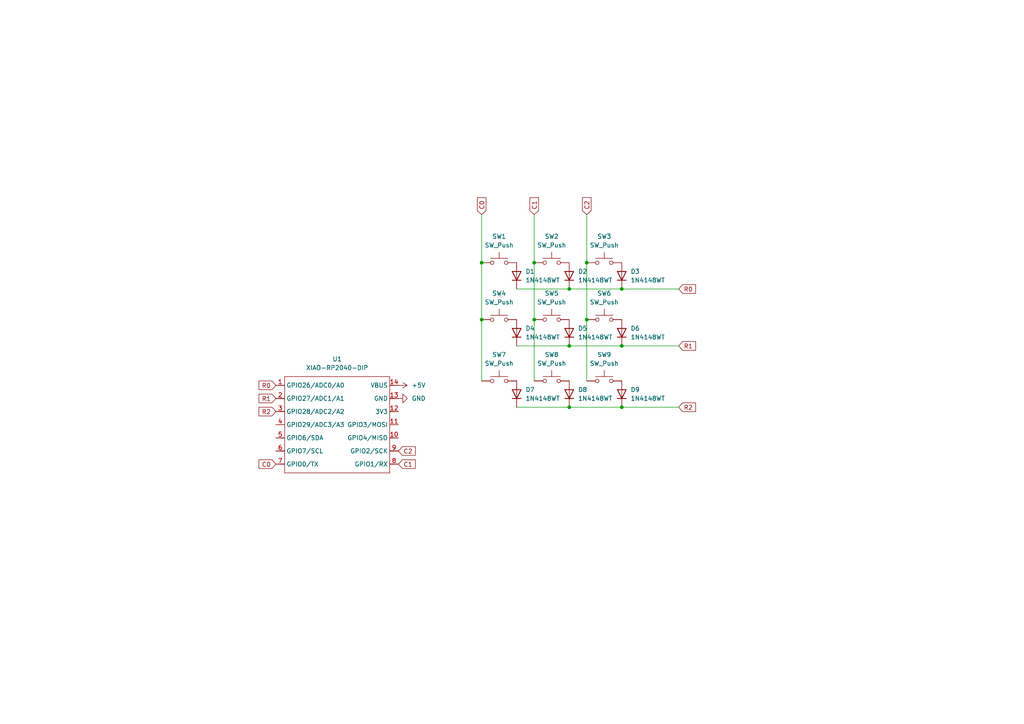
<source format=kicad_sch>
(kicad_sch
	(version 20250114)
	(generator "eeschema")
	(generator_version "9.0")
	(uuid "c183da90-6161-44b2-86b6-11d1e90b2961")
	(paper "A4")
	(lib_symbols
		(symbol "Diode:1N4148WT"
			(pin_numbers
				(hide yes)
			)
			(pin_names
				(hide yes)
			)
			(exclude_from_sim no)
			(in_bom yes)
			(on_board yes)
			(property "Reference" "D"
				(at 0 2.54 0)
				(effects
					(font
						(size 1.27 1.27)
					)
				)
			)
			(property "Value" "1N4148WT"
				(at 0 -2.54 0)
				(effects
					(font
						(size 1.27 1.27)
					)
				)
			)
			(property "Footprint" "Diode_SMD:D_SOD-523"
				(at 0 -4.445 0)
				(effects
					(font
						(size 1.27 1.27)
					)
					(hide yes)
				)
			)
			(property "Datasheet" "https://www.diodes.com/assets/Datasheets/ds30396.pdf"
				(at 0 0 0)
				(effects
					(font
						(size 1.27 1.27)
					)
					(hide yes)
				)
			)
			(property "Description" "75V 0.15A Fast switching Diode, SOD-523"
				(at 0 0 0)
				(effects
					(font
						(size 1.27 1.27)
					)
					(hide yes)
				)
			)
			(property "Sim.Device" "D"
				(at 0 0 0)
				(effects
					(font
						(size 1.27 1.27)
					)
					(hide yes)
				)
			)
			(property "Sim.Pins" "1=K 2=A"
				(at 0 0 0)
				(effects
					(font
						(size 1.27 1.27)
					)
					(hide yes)
				)
			)
			(property "ki_keywords" "diode"
				(at 0 0 0)
				(effects
					(font
						(size 1.27 1.27)
					)
					(hide yes)
				)
			)
			(property "ki_fp_filters" "D*SOD?523*"
				(at 0 0 0)
				(effects
					(font
						(size 1.27 1.27)
					)
					(hide yes)
				)
			)
			(symbol "1N4148WT_0_1"
				(polyline
					(pts
						(xy -1.27 1.27) (xy -1.27 -1.27)
					)
					(stroke
						(width 0.254)
						(type default)
					)
					(fill
						(type none)
					)
				)
				(polyline
					(pts
						(xy 1.27 1.27) (xy 1.27 -1.27) (xy -1.27 0) (xy 1.27 1.27)
					)
					(stroke
						(width 0.254)
						(type default)
					)
					(fill
						(type none)
					)
				)
				(polyline
					(pts
						(xy 1.27 0) (xy -1.27 0)
					)
					(stroke
						(width 0)
						(type default)
					)
					(fill
						(type none)
					)
				)
			)
			(symbol "1N4148WT_1_1"
				(pin passive line
					(at -3.81 0 0)
					(length 2.54)
					(name "K"
						(effects
							(font
								(size 1.27 1.27)
							)
						)
					)
					(number "1"
						(effects
							(font
								(size 1.27 1.27)
							)
						)
					)
				)
				(pin passive line
					(at 3.81 0 180)
					(length 2.54)
					(name "A"
						(effects
							(font
								(size 1.27 1.27)
							)
						)
					)
					(number "2"
						(effects
							(font
								(size 1.27 1.27)
							)
						)
					)
				)
			)
			(embedded_fonts no)
		)
		(symbol "OPL:XIAO-RP2040-DIP"
			(exclude_from_sim no)
			(in_bom yes)
			(on_board yes)
			(property "Reference" "U"
				(at 0 0 0)
				(effects
					(font
						(size 1.27 1.27)
					)
				)
			)
			(property "Value" "XIAO-RP2040-DIP"
				(at 5.334 -1.778 0)
				(effects
					(font
						(size 1.27 1.27)
					)
				)
			)
			(property "Footprint" "Module:MOUDLE14P-XIAO-DIP-SMD"
				(at 14.478 -32.258 0)
				(effects
					(font
						(size 1.27 1.27)
					)
					(hide yes)
				)
			)
			(property "Datasheet" ""
				(at 0 0 0)
				(effects
					(font
						(size 1.27 1.27)
					)
					(hide yes)
				)
			)
			(property "Description" ""
				(at 0 0 0)
				(effects
					(font
						(size 1.27 1.27)
					)
					(hide yes)
				)
			)
			(symbol "XIAO-RP2040-DIP_1_0"
				(polyline
					(pts
						(xy -1.27 -2.54) (xy 29.21 -2.54)
					)
					(stroke
						(width 0.1524)
						(type solid)
					)
					(fill
						(type none)
					)
				)
				(polyline
					(pts
						(xy -1.27 -5.08) (xy -2.54 -5.08)
					)
					(stroke
						(width 0.1524)
						(type solid)
					)
					(fill
						(type none)
					)
				)
				(polyline
					(pts
						(xy -1.27 -5.08) (xy -1.27 -2.54)
					)
					(stroke
						(width 0.1524)
						(type solid)
					)
					(fill
						(type none)
					)
				)
				(polyline
					(pts
						(xy -1.27 -8.89) (xy -2.54 -8.89)
					)
					(stroke
						(width 0.1524)
						(type solid)
					)
					(fill
						(type none)
					)
				)
				(polyline
					(pts
						(xy -1.27 -8.89) (xy -1.27 -5.08)
					)
					(stroke
						(width 0.1524)
						(type solid)
					)
					(fill
						(type none)
					)
				)
				(polyline
					(pts
						(xy -1.27 -12.7) (xy -2.54 -12.7)
					)
					(stroke
						(width 0.1524)
						(type solid)
					)
					(fill
						(type none)
					)
				)
				(polyline
					(pts
						(xy -1.27 -12.7) (xy -1.27 -8.89)
					)
					(stroke
						(width 0.1524)
						(type solid)
					)
					(fill
						(type none)
					)
				)
				(polyline
					(pts
						(xy -1.27 -16.51) (xy -2.54 -16.51)
					)
					(stroke
						(width 0.1524)
						(type solid)
					)
					(fill
						(type none)
					)
				)
				(polyline
					(pts
						(xy -1.27 -16.51) (xy -1.27 -12.7)
					)
					(stroke
						(width 0.1524)
						(type solid)
					)
					(fill
						(type none)
					)
				)
				(polyline
					(pts
						(xy -1.27 -20.32) (xy -2.54 -20.32)
					)
					(stroke
						(width 0.1524)
						(type solid)
					)
					(fill
						(type none)
					)
				)
				(polyline
					(pts
						(xy -1.27 -24.13) (xy -2.54 -24.13)
					)
					(stroke
						(width 0.1524)
						(type solid)
					)
					(fill
						(type none)
					)
				)
				(polyline
					(pts
						(xy -1.27 -27.94) (xy -2.54 -27.94)
					)
					(stroke
						(width 0.1524)
						(type solid)
					)
					(fill
						(type none)
					)
				)
				(polyline
					(pts
						(xy -1.27 -30.48) (xy -1.27 -16.51)
					)
					(stroke
						(width 0.1524)
						(type solid)
					)
					(fill
						(type none)
					)
				)
				(polyline
					(pts
						(xy 29.21 -2.54) (xy 29.21 -5.08)
					)
					(stroke
						(width 0.1524)
						(type solid)
					)
					(fill
						(type none)
					)
				)
				(polyline
					(pts
						(xy 29.21 -5.08) (xy 29.21 -8.89)
					)
					(stroke
						(width 0.1524)
						(type solid)
					)
					(fill
						(type none)
					)
				)
				(polyline
					(pts
						(xy 29.21 -8.89) (xy 29.21 -12.7)
					)
					(stroke
						(width 0.1524)
						(type solid)
					)
					(fill
						(type none)
					)
				)
				(polyline
					(pts
						(xy 29.21 -12.7) (xy 29.21 -30.48)
					)
					(stroke
						(width 0.1524)
						(type solid)
					)
					(fill
						(type none)
					)
				)
				(polyline
					(pts
						(xy 29.21 -30.48) (xy -1.27 -30.48)
					)
					(stroke
						(width 0.1524)
						(type solid)
					)
					(fill
						(type none)
					)
				)
				(polyline
					(pts
						(xy 30.48 -5.08) (xy 29.21 -5.08)
					)
					(stroke
						(width 0.1524)
						(type solid)
					)
					(fill
						(type none)
					)
				)
				(polyline
					(pts
						(xy 30.48 -8.89) (xy 29.21 -8.89)
					)
					(stroke
						(width 0.1524)
						(type solid)
					)
					(fill
						(type none)
					)
				)
				(polyline
					(pts
						(xy 30.48 -12.7) (xy 29.21 -12.7)
					)
					(stroke
						(width 0.1524)
						(type solid)
					)
					(fill
						(type none)
					)
				)
				(polyline
					(pts
						(xy 30.48 -16.51) (xy 29.21 -16.51)
					)
					(stroke
						(width 0.1524)
						(type solid)
					)
					(fill
						(type none)
					)
				)
				(polyline
					(pts
						(xy 30.48 -20.32) (xy 29.21 -20.32)
					)
					(stroke
						(width 0.1524)
						(type solid)
					)
					(fill
						(type none)
					)
				)
				(polyline
					(pts
						(xy 30.48 -24.13) (xy 29.21 -24.13)
					)
					(stroke
						(width 0.1524)
						(type solid)
					)
					(fill
						(type none)
					)
				)
				(polyline
					(pts
						(xy 30.48 -27.94) (xy 29.21 -27.94)
					)
					(stroke
						(width 0.1524)
						(type solid)
					)
					(fill
						(type none)
					)
				)
				(pin passive line
					(at -3.81 -5.08 0)
					(length 2.54)
					(name "GPIO26/ADC0/A0"
						(effects
							(font
								(size 1.27 1.27)
							)
						)
					)
					(number "1"
						(effects
							(font
								(size 1.27 1.27)
							)
						)
					)
				)
				(pin passive line
					(at -3.81 -8.89 0)
					(length 2.54)
					(name "GPIO27/ADC1/A1"
						(effects
							(font
								(size 1.27 1.27)
							)
						)
					)
					(number "2"
						(effects
							(font
								(size 1.27 1.27)
							)
						)
					)
				)
				(pin passive line
					(at -3.81 -12.7 0)
					(length 2.54)
					(name "GPIO28/ADC2/A2"
						(effects
							(font
								(size 1.27 1.27)
							)
						)
					)
					(number "3"
						(effects
							(font
								(size 1.27 1.27)
							)
						)
					)
				)
				(pin passive line
					(at -3.81 -16.51 0)
					(length 2.54)
					(name "GPIO29/ADC3/A3"
						(effects
							(font
								(size 1.27 1.27)
							)
						)
					)
					(number "4"
						(effects
							(font
								(size 1.27 1.27)
							)
						)
					)
				)
				(pin passive line
					(at -3.81 -20.32 0)
					(length 2.54)
					(name "GPIO6/SDA"
						(effects
							(font
								(size 1.27 1.27)
							)
						)
					)
					(number "5"
						(effects
							(font
								(size 1.27 1.27)
							)
						)
					)
				)
				(pin passive line
					(at -3.81 -24.13 0)
					(length 2.54)
					(name "GPIO7/SCL"
						(effects
							(font
								(size 1.27 1.27)
							)
						)
					)
					(number "6"
						(effects
							(font
								(size 1.27 1.27)
							)
						)
					)
				)
				(pin passive line
					(at -3.81 -27.94 0)
					(length 2.54)
					(name "GPIO0/TX"
						(effects
							(font
								(size 1.27 1.27)
							)
						)
					)
					(number "7"
						(effects
							(font
								(size 1.27 1.27)
							)
						)
					)
				)
				(pin passive line
					(at 31.75 -5.08 180)
					(length 2.54)
					(name "VBUS"
						(effects
							(font
								(size 1.27 1.27)
							)
						)
					)
					(number "14"
						(effects
							(font
								(size 1.27 1.27)
							)
						)
					)
				)
				(pin passive line
					(at 31.75 -8.89 180)
					(length 2.54)
					(name "GND"
						(effects
							(font
								(size 1.27 1.27)
							)
						)
					)
					(number "13"
						(effects
							(font
								(size 1.27 1.27)
							)
						)
					)
				)
				(pin passive line
					(at 31.75 -12.7 180)
					(length 2.54)
					(name "3V3"
						(effects
							(font
								(size 1.27 1.27)
							)
						)
					)
					(number "12"
						(effects
							(font
								(size 1.27 1.27)
							)
						)
					)
				)
				(pin passive line
					(at 31.75 -16.51 180)
					(length 2.54)
					(name "GPIO3/MOSI"
						(effects
							(font
								(size 1.27 1.27)
							)
						)
					)
					(number "11"
						(effects
							(font
								(size 1.27 1.27)
							)
						)
					)
				)
				(pin passive line
					(at 31.75 -20.32 180)
					(length 2.54)
					(name "GPIO4/MISO"
						(effects
							(font
								(size 1.27 1.27)
							)
						)
					)
					(number "10"
						(effects
							(font
								(size 1.27 1.27)
							)
						)
					)
				)
				(pin passive line
					(at 31.75 -24.13 180)
					(length 2.54)
					(name "GPIO2/SCK"
						(effects
							(font
								(size 1.27 1.27)
							)
						)
					)
					(number "9"
						(effects
							(font
								(size 1.27 1.27)
							)
						)
					)
				)
				(pin passive line
					(at 31.75 -27.94 180)
					(length 2.54)
					(name "GPIO1/RX"
						(effects
							(font
								(size 1.27 1.27)
							)
						)
					)
					(number "8"
						(effects
							(font
								(size 1.27 1.27)
							)
						)
					)
				)
			)
			(embedded_fonts no)
		)
		(symbol "Switch:SW_Push"
			(pin_numbers
				(hide yes)
			)
			(pin_names
				(offset 1.016)
				(hide yes)
			)
			(exclude_from_sim no)
			(in_bom yes)
			(on_board yes)
			(property "Reference" "SW"
				(at 1.27 2.54 0)
				(effects
					(font
						(size 1.27 1.27)
					)
					(justify left)
				)
			)
			(property "Value" "SW_Push"
				(at 0 -1.524 0)
				(effects
					(font
						(size 1.27 1.27)
					)
				)
			)
			(property "Footprint" ""
				(at 0 5.08 0)
				(effects
					(font
						(size 1.27 1.27)
					)
					(hide yes)
				)
			)
			(property "Datasheet" "~"
				(at 0 5.08 0)
				(effects
					(font
						(size 1.27 1.27)
					)
					(hide yes)
				)
			)
			(property "Description" "Push button switch, generic, two pins"
				(at 0 0 0)
				(effects
					(font
						(size 1.27 1.27)
					)
					(hide yes)
				)
			)
			(property "ki_keywords" "switch normally-open pushbutton push-button"
				(at 0 0 0)
				(effects
					(font
						(size 1.27 1.27)
					)
					(hide yes)
				)
			)
			(symbol "SW_Push_0_1"
				(circle
					(center -2.032 0)
					(radius 0.508)
					(stroke
						(width 0)
						(type default)
					)
					(fill
						(type none)
					)
				)
				(polyline
					(pts
						(xy 0 1.27) (xy 0 3.048)
					)
					(stroke
						(width 0)
						(type default)
					)
					(fill
						(type none)
					)
				)
				(circle
					(center 2.032 0)
					(radius 0.508)
					(stroke
						(width 0)
						(type default)
					)
					(fill
						(type none)
					)
				)
				(polyline
					(pts
						(xy 2.54 1.27) (xy -2.54 1.27)
					)
					(stroke
						(width 0)
						(type default)
					)
					(fill
						(type none)
					)
				)
				(pin passive line
					(at -5.08 0 0)
					(length 2.54)
					(name "1"
						(effects
							(font
								(size 1.27 1.27)
							)
						)
					)
					(number "1"
						(effects
							(font
								(size 1.27 1.27)
							)
						)
					)
				)
				(pin passive line
					(at 5.08 0 180)
					(length 2.54)
					(name "2"
						(effects
							(font
								(size 1.27 1.27)
							)
						)
					)
					(number "2"
						(effects
							(font
								(size 1.27 1.27)
							)
						)
					)
				)
			)
			(embedded_fonts no)
		)
		(symbol "power:+5V"
			(power)
			(pin_numbers
				(hide yes)
			)
			(pin_names
				(offset 0)
				(hide yes)
			)
			(exclude_from_sim no)
			(in_bom yes)
			(on_board yes)
			(property "Reference" "#PWR"
				(at 0 -3.81 0)
				(effects
					(font
						(size 1.27 1.27)
					)
					(hide yes)
				)
			)
			(property "Value" "+5V"
				(at 0 3.556 0)
				(effects
					(font
						(size 1.27 1.27)
					)
				)
			)
			(property "Footprint" ""
				(at 0 0 0)
				(effects
					(font
						(size 1.27 1.27)
					)
					(hide yes)
				)
			)
			(property "Datasheet" ""
				(at 0 0 0)
				(effects
					(font
						(size 1.27 1.27)
					)
					(hide yes)
				)
			)
			(property "Description" "Power symbol creates a global label with name \"+5V\""
				(at 0 0 0)
				(effects
					(font
						(size 1.27 1.27)
					)
					(hide yes)
				)
			)
			(property "ki_keywords" "global power"
				(at 0 0 0)
				(effects
					(font
						(size 1.27 1.27)
					)
					(hide yes)
				)
			)
			(symbol "+5V_0_1"
				(polyline
					(pts
						(xy -0.762 1.27) (xy 0 2.54)
					)
					(stroke
						(width 0)
						(type default)
					)
					(fill
						(type none)
					)
				)
				(polyline
					(pts
						(xy 0 2.54) (xy 0.762 1.27)
					)
					(stroke
						(width 0)
						(type default)
					)
					(fill
						(type none)
					)
				)
				(polyline
					(pts
						(xy 0 0) (xy 0 2.54)
					)
					(stroke
						(width 0)
						(type default)
					)
					(fill
						(type none)
					)
				)
			)
			(symbol "+5V_1_1"
				(pin power_in line
					(at 0 0 90)
					(length 0)
					(name "~"
						(effects
							(font
								(size 1.27 1.27)
							)
						)
					)
					(number "1"
						(effects
							(font
								(size 1.27 1.27)
							)
						)
					)
				)
			)
			(embedded_fonts no)
		)
		(symbol "power:GND"
			(power)
			(pin_numbers
				(hide yes)
			)
			(pin_names
				(offset 0)
				(hide yes)
			)
			(exclude_from_sim no)
			(in_bom yes)
			(on_board yes)
			(property "Reference" "#PWR"
				(at 0 -6.35 0)
				(effects
					(font
						(size 1.27 1.27)
					)
					(hide yes)
				)
			)
			(property "Value" "GND"
				(at 0 -3.81 0)
				(effects
					(font
						(size 1.27 1.27)
					)
				)
			)
			(property "Footprint" ""
				(at 0 0 0)
				(effects
					(font
						(size 1.27 1.27)
					)
					(hide yes)
				)
			)
			(property "Datasheet" ""
				(at 0 0 0)
				(effects
					(font
						(size 1.27 1.27)
					)
					(hide yes)
				)
			)
			(property "Description" "Power symbol creates a global label with name \"GND\" , ground"
				(at 0 0 0)
				(effects
					(font
						(size 1.27 1.27)
					)
					(hide yes)
				)
			)
			(property "ki_keywords" "global power"
				(at 0 0 0)
				(effects
					(font
						(size 1.27 1.27)
					)
					(hide yes)
				)
			)
			(symbol "GND_0_1"
				(polyline
					(pts
						(xy 0 0) (xy 0 -1.27) (xy 1.27 -1.27) (xy 0 -2.54) (xy -1.27 -1.27) (xy 0 -1.27)
					)
					(stroke
						(width 0)
						(type default)
					)
					(fill
						(type none)
					)
				)
			)
			(symbol "GND_1_1"
				(pin power_in line
					(at 0 0 270)
					(length 0)
					(name "~"
						(effects
							(font
								(size 1.27 1.27)
							)
						)
					)
					(number "1"
						(effects
							(font
								(size 1.27 1.27)
							)
						)
					)
				)
			)
			(embedded_fonts no)
		)
	)
	(junction
		(at 180.34 100.33)
		(diameter 0)
		(color 0 0 0 0)
		(uuid "0005d8b5-016a-492e-b68a-90233d843026")
	)
	(junction
		(at 139.7 92.71)
		(diameter 0)
		(color 0 0 0 0)
		(uuid "20c25757-1ca7-4fce-875d-675583c144bb")
	)
	(junction
		(at 180.34 118.11)
		(diameter 0)
		(color 0 0 0 0)
		(uuid "26f21524-37f1-4c73-819a-466249df6b52")
	)
	(junction
		(at 165.1 83.82)
		(diameter 0)
		(color 0 0 0 0)
		(uuid "451bfd54-2637-459c-a3d1-d5e4e0551478")
	)
	(junction
		(at 165.1 118.11)
		(diameter 0)
		(color 0 0 0 0)
		(uuid "75052bf0-5a20-48aa-8fae-b6509e8a52dd")
	)
	(junction
		(at 165.1 100.33)
		(diameter 0)
		(color 0 0 0 0)
		(uuid "7bb90680-1ec8-49f2-9318-f6cfef7c07ef")
	)
	(junction
		(at 170.18 92.71)
		(diameter 0)
		(color 0 0 0 0)
		(uuid "8c83a08a-2613-4f88-ad05-686bb1f34bcd")
	)
	(junction
		(at 170.18 76.2)
		(diameter 0)
		(color 0 0 0 0)
		(uuid "9eebb351-5fa9-4a0a-8ee1-64018e53d508")
	)
	(junction
		(at 180.34 83.82)
		(diameter 0)
		(color 0 0 0 0)
		(uuid "a6d5e28e-a8e7-484a-b06e-64a30d62839d")
	)
	(junction
		(at 154.94 92.71)
		(diameter 0)
		(color 0 0 0 0)
		(uuid "b4714fde-cad5-4c41-8b44-eae3705035f1")
	)
	(junction
		(at 139.7 76.2)
		(diameter 0)
		(color 0 0 0 0)
		(uuid "b8d85a57-3040-4a64-8bda-16de3a6ee21e")
	)
	(junction
		(at 154.94 76.2)
		(diameter 0)
		(color 0 0 0 0)
		(uuid "dd761eb0-46e0-4957-bd2d-3a7551fc903d")
	)
	(wire
		(pts
			(xy 154.94 76.2) (xy 154.94 92.71)
		)
		(stroke
			(width 0)
			(type default)
		)
		(uuid "01f51d42-3a6e-4620-8dce-66dd67cfb361")
	)
	(wire
		(pts
			(xy 196.85 118.11) (xy 180.34 118.11)
		)
		(stroke
			(width 0)
			(type default)
		)
		(uuid "0988d1c8-d142-46fe-912d-a8e70d9eed83")
	)
	(wire
		(pts
			(xy 139.7 92.71) (xy 139.7 110.49)
		)
		(stroke
			(width 0)
			(type default)
		)
		(uuid "2fd596e7-7e57-4900-af40-297d8a3560d0")
	)
	(wire
		(pts
			(xy 170.18 92.71) (xy 170.18 110.49)
		)
		(stroke
			(width 0)
			(type default)
		)
		(uuid "3a1d1ca8-ac14-414a-b77b-3a3039de7967")
	)
	(wire
		(pts
			(xy 196.85 100.33) (xy 180.34 100.33)
		)
		(stroke
			(width 0)
			(type default)
		)
		(uuid "4d9f092e-acdf-4ca5-8d18-f0773833cf14")
	)
	(wire
		(pts
			(xy 154.94 62.23) (xy 154.94 76.2)
		)
		(stroke
			(width 0)
			(type default)
		)
		(uuid "55f09173-c225-4f0f-8861-69f87254d8bb")
	)
	(wire
		(pts
			(xy 139.7 62.23) (xy 139.7 76.2)
		)
		(stroke
			(width 0)
			(type default)
		)
		(uuid "8c4abce6-8a1a-44c1-9880-378d0f25d6bc")
	)
	(wire
		(pts
			(xy 165.1 118.11) (xy 180.34 118.11)
		)
		(stroke
			(width 0)
			(type default)
		)
		(uuid "9666c7fa-f299-4af2-aacd-1fb9769720eb")
	)
	(wire
		(pts
			(xy 196.85 83.82) (xy 180.34 83.82)
		)
		(stroke
			(width 0)
			(type default)
		)
		(uuid "a11df5f3-c0a1-4bdf-9b3c-3e663d4a1828")
	)
	(wire
		(pts
			(xy 139.7 76.2) (xy 139.7 92.71)
		)
		(stroke
			(width 0)
			(type default)
		)
		(uuid "aca6a5f4-a401-4757-9fd5-341c796d2d8e")
	)
	(wire
		(pts
			(xy 165.1 83.82) (xy 180.34 83.82)
		)
		(stroke
			(width 0)
			(type default)
		)
		(uuid "b08b3caa-6a4b-4ebc-9492-14ff905d57c0")
	)
	(wire
		(pts
			(xy 149.86 100.33) (xy 165.1 100.33)
		)
		(stroke
			(width 0)
			(type default)
		)
		(uuid "b740066d-3fa9-4cd4-bb3d-df36acdda0a2")
	)
	(wire
		(pts
			(xy 149.86 118.11) (xy 165.1 118.11)
		)
		(stroke
			(width 0)
			(type default)
		)
		(uuid "b7706202-dec2-46d4-96d2-66285353c7df")
	)
	(wire
		(pts
			(xy 170.18 76.2) (xy 170.18 92.71)
		)
		(stroke
			(width 0)
			(type default)
		)
		(uuid "bc4c3d0b-aedf-434b-a244-976e761c0a0f")
	)
	(wire
		(pts
			(xy 170.18 62.23) (xy 170.18 76.2)
		)
		(stroke
			(width 0)
			(type default)
		)
		(uuid "d0f1ab7c-2578-4b91-886e-a651bf0b6b2a")
	)
	(wire
		(pts
			(xy 154.94 92.71) (xy 154.94 110.49)
		)
		(stroke
			(width 0)
			(type default)
		)
		(uuid "d938096b-ea3e-4769-bcc6-e939ff1fbc43")
	)
	(wire
		(pts
			(xy 165.1 100.33) (xy 180.34 100.33)
		)
		(stroke
			(width 0)
			(type default)
		)
		(uuid "da9f9dca-3159-4737-afc2-ff1668bfa57b")
	)
	(wire
		(pts
			(xy 149.86 83.82) (xy 165.1 83.82)
		)
		(stroke
			(width 0)
			(type default)
		)
		(uuid "f799c4ff-02ef-4450-a97d-db4cc9817dc3")
	)
	(global_label "C2"
		(shape input)
		(at 170.18 62.23 90)
		(fields_autoplaced yes)
		(effects
			(font
				(size 1.27 1.27)
			)
			(justify left)
		)
		(uuid "01f18411-1cd3-4996-a5a7-d6f18dc352ac")
		(property "Intersheetrefs" "${INTERSHEET_REFS}"
			(at 170.18 56.7653 90)
			(effects
				(font
					(size 1.27 1.27)
				)
				(justify left)
				(hide yes)
			)
		)
	)
	(global_label "R2"
		(shape input)
		(at 80.01 119.38 180)
		(fields_autoplaced yes)
		(effects
			(font
				(size 1.27 1.27)
			)
			(justify right)
		)
		(uuid "1bdf0fb6-e9ff-4abe-9d9d-dc258c9061b1")
		(property "Intersheetrefs" "${INTERSHEET_REFS}"
			(at 74.5453 119.38 0)
			(effects
				(font
					(size 1.27 1.27)
				)
				(justify right)
				(hide yes)
			)
		)
	)
	(global_label "R1"
		(shape input)
		(at 80.01 115.57 180)
		(fields_autoplaced yes)
		(effects
			(font
				(size 1.27 1.27)
			)
			(justify right)
		)
		(uuid "2c0c64a3-1887-4102-b623-49329828d922")
		(property "Intersheetrefs" "${INTERSHEET_REFS}"
			(at 74.5453 115.57 0)
			(effects
				(font
					(size 1.27 1.27)
				)
				(justify right)
				(hide yes)
			)
		)
	)
	(global_label "R0"
		(shape input)
		(at 196.85 83.82 0)
		(fields_autoplaced yes)
		(effects
			(font
				(size 1.27 1.27)
			)
			(justify left)
		)
		(uuid "4a4b1764-6053-44cd-9056-33f5e1a8d2c0")
		(property "Intersheetrefs" "${INTERSHEET_REFS}"
			(at 202.3147 83.82 0)
			(effects
				(font
					(size 1.27 1.27)
				)
				(justify left)
				(hide yes)
			)
		)
	)
	(global_label "C1"
		(shape input)
		(at 154.94 62.23 90)
		(fields_autoplaced yes)
		(effects
			(font
				(size 1.27 1.27)
			)
			(justify left)
		)
		(uuid "7ad3b734-9e00-4240-931c-f45561c30b28")
		(property "Intersheetrefs" "${INTERSHEET_REFS}"
			(at 154.94 56.7653 90)
			(effects
				(font
					(size 1.27 1.27)
				)
				(justify left)
				(hide yes)
			)
		)
	)
	(global_label "C2"
		(shape input)
		(at 115.57 130.81 0)
		(fields_autoplaced yes)
		(effects
			(font
				(size 1.27 1.27)
			)
			(justify left)
		)
		(uuid "99771915-3a2c-4e0b-a750-e860725a874d")
		(property "Intersheetrefs" "${INTERSHEET_REFS}"
			(at 121.0347 130.81 0)
			(effects
				(font
					(size 1.27 1.27)
				)
				(justify left)
				(hide yes)
			)
		)
	)
	(global_label "C0"
		(shape input)
		(at 139.7 62.23 90)
		(fields_autoplaced yes)
		(effects
			(font
				(size 1.27 1.27)
			)
			(justify left)
		)
		(uuid "b0c16d06-a628-4778-93e1-a3e8dfae6653")
		(property "Intersheetrefs" "${INTERSHEET_REFS}"
			(at 139.7 56.7653 90)
			(effects
				(font
					(size 1.27 1.27)
				)
				(justify left)
				(hide yes)
			)
		)
	)
	(global_label "C0"
		(shape input)
		(at 80.01 134.62 180)
		(fields_autoplaced yes)
		(effects
			(font
				(size 1.27 1.27)
			)
			(justify right)
		)
		(uuid "b0c7c1b2-f956-4cc5-805a-8ab10e400a5d")
		(property "Intersheetrefs" "${INTERSHEET_REFS}"
			(at 74.5453 134.62 0)
			(effects
				(font
					(size 1.27 1.27)
				)
				(justify right)
				(hide yes)
			)
		)
	)
	(global_label "R1"
		(shape input)
		(at 196.85 100.33 0)
		(fields_autoplaced yes)
		(effects
			(font
				(size 1.27 1.27)
			)
			(justify left)
		)
		(uuid "b1f0e94a-fb14-41d9-a8b6-a41dc44ee4b5")
		(property "Intersheetrefs" "${INTERSHEET_REFS}"
			(at 202.3147 100.33 0)
			(effects
				(font
					(size 1.27 1.27)
				)
				(justify left)
				(hide yes)
			)
		)
	)
	(global_label "R0"
		(shape input)
		(at 80.01 111.76 180)
		(fields_autoplaced yes)
		(effects
			(font
				(size 1.27 1.27)
			)
			(justify right)
		)
		(uuid "bcb63145-7a0f-48b3-9ca5-ca9194fddb8c")
		(property "Intersheetrefs" "${INTERSHEET_REFS}"
			(at 74.5453 111.76 0)
			(effects
				(font
					(size 1.27 1.27)
				)
				(justify right)
				(hide yes)
			)
		)
	)
	(global_label "C1"
		(shape input)
		(at 115.57 134.62 0)
		(fields_autoplaced yes)
		(effects
			(font
				(size 1.27 1.27)
			)
			(justify left)
		)
		(uuid "c978be82-ee0e-4969-a70c-818fb5e25ca4")
		(property "Intersheetrefs" "${INTERSHEET_REFS}"
			(at 121.0347 134.62 0)
			(effects
				(font
					(size 1.27 1.27)
				)
				(justify left)
				(hide yes)
			)
		)
	)
	(global_label "R2"
		(shape input)
		(at 196.85 118.11 0)
		(fields_autoplaced yes)
		(effects
			(font
				(size 1.27 1.27)
			)
			(justify left)
		)
		(uuid "fc5bb552-5990-4c91-9202-287cd6d3e6ff")
		(property "Intersheetrefs" "${INTERSHEET_REFS}"
			(at 202.3147 118.11 0)
			(effects
				(font
					(size 1.27 1.27)
				)
				(justify left)
				(hide yes)
			)
		)
	)
	(symbol
		(lib_id "Switch:SW_Push")
		(at 160.02 110.49 0)
		(unit 1)
		(exclude_from_sim no)
		(in_bom yes)
		(on_board yes)
		(dnp no)
		(fields_autoplaced yes)
		(uuid "05d4dec1-ecaf-46da-8944-3d3ad8158a09")
		(property "Reference" "SW8"
			(at 160.02 102.87 0)
			(effects
				(font
					(size 1.27 1.27)
				)
			)
		)
		(property "Value" "SW_Push"
			(at 160.02 105.41 0)
			(effects
				(font
					(size 1.27 1.27)
				)
			)
		)
		(property "Footprint" "Button_Switch_Keyboard:SW_Cherry_MX_1.00u_PCB"
			(at 160.02 105.41 0)
			(effects
				(font
					(size 1.27 1.27)
				)
				(hide yes)
			)
		)
		(property "Datasheet" "~"
			(at 160.02 105.41 0)
			(effects
				(font
					(size 1.27 1.27)
				)
				(hide yes)
			)
		)
		(property "Description" "Push button switch, generic, two pins"
			(at 160.02 110.49 0)
			(effects
				(font
					(size 1.27 1.27)
				)
				(hide yes)
			)
		)
		(pin "1"
			(uuid "d1377da7-7aa9-4a39-a474-7d2b6ee17ea8")
		)
		(pin "2"
			(uuid "db64d852-ce1b-415b-8026-041d4a078ee2")
		)
		(instances
			(project "UY"
				(path "/c183da90-6161-44b2-86b6-11d1e90b2961"
					(reference "SW8")
					(unit 1)
				)
			)
		)
	)
	(symbol
		(lib_id "Diode:1N4148WT")
		(at 149.86 96.52 90)
		(unit 1)
		(exclude_from_sim no)
		(in_bom yes)
		(on_board yes)
		(dnp no)
		(fields_autoplaced yes)
		(uuid "11833749-51e5-4a93-afb8-c76c2a27d704")
		(property "Reference" "D4"
			(at 152.4 95.2499 90)
			(effects
				(font
					(size 1.27 1.27)
				)
				(justify right)
			)
		)
		(property "Value" "1N4148WT"
			(at 152.4 97.7899 90)
			(effects
				(font
					(size 1.27 1.27)
				)
				(justify right)
			)
		)
		(property "Footprint" "Diode_SMD:D_SOD-523"
			(at 154.305 96.52 0)
			(effects
				(font
					(size 1.27 1.27)
				)
				(hide yes)
			)
		)
		(property "Datasheet" "https://www.diodes.com/assets/Datasheets/ds30396.pdf"
			(at 149.86 96.52 0)
			(effects
				(font
					(size 1.27 1.27)
				)
				(hide yes)
			)
		)
		(property "Description" "75V 0.15A Fast switching Diode, SOD-523"
			(at 149.86 96.52 0)
			(effects
				(font
					(size 1.27 1.27)
				)
				(hide yes)
			)
		)
		(property "Sim.Device" "D"
			(at 149.86 96.52 0)
			(effects
				(font
					(size 1.27 1.27)
				)
				(hide yes)
			)
		)
		(property "Sim.Pins" "1=K 2=A"
			(at 149.86 96.52 0)
			(effects
				(font
					(size 1.27 1.27)
				)
				(hide yes)
			)
		)
		(pin "1"
			(uuid "d897c5d5-c2e6-4afc-ab24-5aecca1727c3")
		)
		(pin "2"
			(uuid "ab62d3f8-de90-4aba-b83f-b7e0b97b9303")
		)
		(instances
			(project "UY"
				(path "/c183da90-6161-44b2-86b6-11d1e90b2961"
					(reference "D4")
					(unit 1)
				)
			)
		)
	)
	(symbol
		(lib_id "Switch:SW_Push")
		(at 160.02 92.71 0)
		(unit 1)
		(exclude_from_sim no)
		(in_bom yes)
		(on_board yes)
		(dnp no)
		(fields_autoplaced yes)
		(uuid "16aad06e-ce91-4d19-b78b-e2c8316ced20")
		(property "Reference" "SW5"
			(at 160.02 85.09 0)
			(effects
				(font
					(size 1.27 1.27)
				)
			)
		)
		(property "Value" "SW_Push"
			(at 160.02 87.63 0)
			(effects
				(font
					(size 1.27 1.27)
				)
			)
		)
		(property "Footprint" "Button_Switch_Keyboard:SW_Cherry_MX_1.00u_PCB"
			(at 160.02 87.63 0)
			(effects
				(font
					(size 1.27 1.27)
				)
				(hide yes)
			)
		)
		(property "Datasheet" "~"
			(at 160.02 87.63 0)
			(effects
				(font
					(size 1.27 1.27)
				)
				(hide yes)
			)
		)
		(property "Description" "Push button switch, generic, two pins"
			(at 160.02 92.71 0)
			(effects
				(font
					(size 1.27 1.27)
				)
				(hide yes)
			)
		)
		(pin "1"
			(uuid "807d681a-9c94-4c2c-bfeb-369422609276")
		)
		(pin "2"
			(uuid "cd4e5dcc-0955-4643-bbb9-75ddcc9df828")
		)
		(instances
			(project "UY"
				(path "/c183da90-6161-44b2-86b6-11d1e90b2961"
					(reference "SW5")
					(unit 1)
				)
			)
		)
	)
	(symbol
		(lib_id "Diode:1N4148WT")
		(at 149.86 80.01 90)
		(unit 1)
		(exclude_from_sim no)
		(in_bom yes)
		(on_board yes)
		(dnp no)
		(fields_autoplaced yes)
		(uuid "266df8dd-c057-4846-950e-b316ad4fc60f")
		(property "Reference" "D1"
			(at 152.4 78.7399 90)
			(effects
				(font
					(size 1.27 1.27)
				)
				(justify right)
			)
		)
		(property "Value" "1N4148WT"
			(at 152.4 81.2799 90)
			(effects
				(font
					(size 1.27 1.27)
				)
				(justify right)
			)
		)
		(property "Footprint" "Diode_SMD:D_SOD-523"
			(at 154.305 80.01 0)
			(effects
				(font
					(size 1.27 1.27)
				)
				(hide yes)
			)
		)
		(property "Datasheet" "https://www.diodes.com/assets/Datasheets/ds30396.pdf"
			(at 149.86 80.01 0)
			(effects
				(font
					(size 1.27 1.27)
				)
				(hide yes)
			)
		)
		(property "Description" "75V 0.15A Fast switching Diode, SOD-523"
			(at 149.86 80.01 0)
			(effects
				(font
					(size 1.27 1.27)
				)
				(hide yes)
			)
		)
		(property "Sim.Device" "D"
			(at 149.86 80.01 0)
			(effects
				(font
					(size 1.27 1.27)
				)
				(hide yes)
			)
		)
		(property "Sim.Pins" "1=K 2=A"
			(at 149.86 80.01 0)
			(effects
				(font
					(size 1.27 1.27)
				)
				(hide yes)
			)
		)
		(pin "1"
			(uuid "9c0aba8c-99aa-4c16-a253-12ee67d6a72b")
		)
		(pin "2"
			(uuid "f2b66150-0c78-4291-b1de-c8fd199af2c8")
		)
		(instances
			(project ""
				(path "/c183da90-6161-44b2-86b6-11d1e90b2961"
					(reference "D1")
					(unit 1)
				)
			)
		)
	)
	(symbol
		(lib_id "power:GND")
		(at 115.57 115.57 90)
		(unit 1)
		(exclude_from_sim no)
		(in_bom yes)
		(on_board yes)
		(dnp no)
		(fields_autoplaced yes)
		(uuid "2f5ea6c7-5e31-44c2-a187-e6b782f04b7e")
		(property "Reference" "#PWR02"
			(at 121.92 115.57 0)
			(effects
				(font
					(size 1.27 1.27)
				)
				(hide yes)
			)
		)
		(property "Value" "GND"
			(at 119.38 115.5699 90)
			(effects
				(font
					(size 1.27 1.27)
				)
				(justify right)
			)
		)
		(property "Footprint" ""
			(at 115.57 115.57 0)
			(effects
				(font
					(size 1.27 1.27)
				)
				(hide yes)
			)
		)
		(property "Datasheet" ""
			(at 115.57 115.57 0)
			(effects
				(font
					(size 1.27 1.27)
				)
				(hide yes)
			)
		)
		(property "Description" "Power symbol creates a global label with name \"GND\" , ground"
			(at 115.57 115.57 0)
			(effects
				(font
					(size 1.27 1.27)
				)
				(hide yes)
			)
		)
		(pin "1"
			(uuid "0294120a-aaf6-4ef0-93e1-1804dda846ce")
		)
		(instances
			(project ""
				(path "/c183da90-6161-44b2-86b6-11d1e90b2961"
					(reference "#PWR02")
					(unit 1)
				)
			)
		)
	)
	(symbol
		(lib_id "Diode:1N4148WT")
		(at 180.34 96.52 90)
		(unit 1)
		(exclude_from_sim no)
		(in_bom yes)
		(on_board yes)
		(dnp no)
		(fields_autoplaced yes)
		(uuid "3b3b0006-a0a3-4339-bb55-8867ee4b5b80")
		(property "Reference" "D6"
			(at 182.88 95.2499 90)
			(effects
				(font
					(size 1.27 1.27)
				)
				(justify right)
			)
		)
		(property "Value" "1N4148WT"
			(at 182.88 97.7899 90)
			(effects
				(font
					(size 1.27 1.27)
				)
				(justify right)
			)
		)
		(property "Footprint" "Diode_SMD:D_SOD-523"
			(at 184.785 96.52 0)
			(effects
				(font
					(size 1.27 1.27)
				)
				(hide yes)
			)
		)
		(property "Datasheet" "https://www.diodes.com/assets/Datasheets/ds30396.pdf"
			(at 180.34 96.52 0)
			(effects
				(font
					(size 1.27 1.27)
				)
				(hide yes)
			)
		)
		(property "Description" "75V 0.15A Fast switching Diode, SOD-523"
			(at 180.34 96.52 0)
			(effects
				(font
					(size 1.27 1.27)
				)
				(hide yes)
			)
		)
		(property "Sim.Device" "D"
			(at 180.34 96.52 0)
			(effects
				(font
					(size 1.27 1.27)
				)
				(hide yes)
			)
		)
		(property "Sim.Pins" "1=K 2=A"
			(at 180.34 96.52 0)
			(effects
				(font
					(size 1.27 1.27)
				)
				(hide yes)
			)
		)
		(pin "1"
			(uuid "955f2f6c-3886-4a69-af41-2bd77edb2fa7")
		)
		(pin "2"
			(uuid "30548666-88ab-49bf-8eef-4f8c83e42266")
		)
		(instances
			(project "UY"
				(path "/c183da90-6161-44b2-86b6-11d1e90b2961"
					(reference "D6")
					(unit 1)
				)
			)
		)
	)
	(symbol
		(lib_id "Switch:SW_Push")
		(at 175.26 76.2 0)
		(unit 1)
		(exclude_from_sim no)
		(in_bom yes)
		(on_board yes)
		(dnp no)
		(fields_autoplaced yes)
		(uuid "41979e63-67a5-4e13-a601-8faa34b6365b")
		(property "Reference" "SW3"
			(at 175.26 68.58 0)
			(effects
				(font
					(size 1.27 1.27)
				)
			)
		)
		(property "Value" "SW_Push"
			(at 175.26 71.12 0)
			(effects
				(font
					(size 1.27 1.27)
				)
			)
		)
		(property "Footprint" "Button_Switch_Keyboard:SW_Cherry_MX_1.00u_PCB"
			(at 175.26 71.12 0)
			(effects
				(font
					(size 1.27 1.27)
				)
				(hide yes)
			)
		)
		(property "Datasheet" "~"
			(at 175.26 71.12 0)
			(effects
				(font
					(size 1.27 1.27)
				)
				(hide yes)
			)
		)
		(property "Description" "Push button switch, generic, two pins"
			(at 175.26 76.2 0)
			(effects
				(font
					(size 1.27 1.27)
				)
				(hide yes)
			)
		)
		(pin "1"
			(uuid "258e86a1-184b-4ba8-959a-49f03cacb9c7")
		)
		(pin "2"
			(uuid "e72f83c7-4c8c-4551-82c4-0397b5b6bf95")
		)
		(instances
			(project "UY"
				(path "/c183da90-6161-44b2-86b6-11d1e90b2961"
					(reference "SW3")
					(unit 1)
				)
			)
		)
	)
	(symbol
		(lib_id "Switch:SW_Push")
		(at 144.78 110.49 0)
		(unit 1)
		(exclude_from_sim no)
		(in_bom yes)
		(on_board yes)
		(dnp no)
		(fields_autoplaced yes)
		(uuid "43a5aca6-b502-4538-9996-6e67a176fb8d")
		(property "Reference" "SW7"
			(at 144.78 102.87 0)
			(effects
				(font
					(size 1.27 1.27)
				)
			)
		)
		(property "Value" "SW_Push"
			(at 144.78 105.41 0)
			(effects
				(font
					(size 1.27 1.27)
				)
			)
		)
		(property "Footprint" "Button_Switch_Keyboard:SW_Cherry_MX_1.00u_PCB"
			(at 144.78 105.41 0)
			(effects
				(font
					(size 1.27 1.27)
				)
				(hide yes)
			)
		)
		(property "Datasheet" "~"
			(at 144.78 105.41 0)
			(effects
				(font
					(size 1.27 1.27)
				)
				(hide yes)
			)
		)
		(property "Description" "Push button switch, generic, two pins"
			(at 144.78 110.49 0)
			(effects
				(font
					(size 1.27 1.27)
				)
				(hide yes)
			)
		)
		(pin "1"
			(uuid "09265682-2635-4e2a-ad79-540cb90afabc")
		)
		(pin "2"
			(uuid "7b41139e-b8f0-4f9c-8b94-5c23bd7a2a6e")
		)
		(instances
			(project "UY"
				(path "/c183da90-6161-44b2-86b6-11d1e90b2961"
					(reference "SW7")
					(unit 1)
				)
			)
		)
	)
	(symbol
		(lib_id "Diode:1N4148WT")
		(at 149.86 114.3 90)
		(unit 1)
		(exclude_from_sim no)
		(in_bom yes)
		(on_board yes)
		(dnp no)
		(fields_autoplaced yes)
		(uuid "4b74b503-93c0-4748-90ce-6a72e0ab5b81")
		(property "Reference" "D7"
			(at 152.4 113.0299 90)
			(effects
				(font
					(size 1.27 1.27)
				)
				(justify right)
			)
		)
		(property "Value" "1N4148WT"
			(at 152.4 115.5699 90)
			(effects
				(font
					(size 1.27 1.27)
				)
				(justify right)
			)
		)
		(property "Footprint" "Diode_SMD:D_SOD-523"
			(at 154.305 114.3 0)
			(effects
				(font
					(size 1.27 1.27)
				)
				(hide yes)
			)
		)
		(property "Datasheet" "https://www.diodes.com/assets/Datasheets/ds30396.pdf"
			(at 149.86 114.3 0)
			(effects
				(font
					(size 1.27 1.27)
				)
				(hide yes)
			)
		)
		(property "Description" "75V 0.15A Fast switching Diode, SOD-523"
			(at 149.86 114.3 0)
			(effects
				(font
					(size 1.27 1.27)
				)
				(hide yes)
			)
		)
		(property "Sim.Device" "D"
			(at 149.86 114.3 0)
			(effects
				(font
					(size 1.27 1.27)
				)
				(hide yes)
			)
		)
		(property "Sim.Pins" "1=K 2=A"
			(at 149.86 114.3 0)
			(effects
				(font
					(size 1.27 1.27)
				)
				(hide yes)
			)
		)
		(pin "1"
			(uuid "1452a1be-e801-4971-830d-40f2ce3ecc85")
		)
		(pin "2"
			(uuid "f496f166-ff95-490b-a355-418791c1f49f")
		)
		(instances
			(project "UY"
				(path "/c183da90-6161-44b2-86b6-11d1e90b2961"
					(reference "D7")
					(unit 1)
				)
			)
		)
	)
	(symbol
		(lib_id "Diode:1N4148WT")
		(at 180.34 80.01 90)
		(unit 1)
		(exclude_from_sim no)
		(in_bom yes)
		(on_board yes)
		(dnp no)
		(fields_autoplaced yes)
		(uuid "6316220d-eae5-437e-92f9-38afdd326aa7")
		(property "Reference" "D3"
			(at 182.88 78.7399 90)
			(effects
				(font
					(size 1.27 1.27)
				)
				(justify right)
			)
		)
		(property "Value" "1N4148WT"
			(at 182.88 81.2799 90)
			(effects
				(font
					(size 1.27 1.27)
				)
				(justify right)
			)
		)
		(property "Footprint" "Diode_SMD:D_SOD-523"
			(at 184.785 80.01 0)
			(effects
				(font
					(size 1.27 1.27)
				)
				(hide yes)
			)
		)
		(property "Datasheet" "https://www.diodes.com/assets/Datasheets/ds30396.pdf"
			(at 180.34 80.01 0)
			(effects
				(font
					(size 1.27 1.27)
				)
				(hide yes)
			)
		)
		(property "Description" "75V 0.15A Fast switching Diode, SOD-523"
			(at 180.34 80.01 0)
			(effects
				(font
					(size 1.27 1.27)
				)
				(hide yes)
			)
		)
		(property "Sim.Device" "D"
			(at 180.34 80.01 0)
			(effects
				(font
					(size 1.27 1.27)
				)
				(hide yes)
			)
		)
		(property "Sim.Pins" "1=K 2=A"
			(at 180.34 80.01 0)
			(effects
				(font
					(size 1.27 1.27)
				)
				(hide yes)
			)
		)
		(pin "1"
			(uuid "398262e1-fe84-467f-9f52-e8891b320cd3")
		)
		(pin "2"
			(uuid "4e897c77-7e27-4381-8c35-b768e60d123e")
		)
		(instances
			(project "UY"
				(path "/c183da90-6161-44b2-86b6-11d1e90b2961"
					(reference "D3")
					(unit 1)
				)
			)
		)
	)
	(symbol
		(lib_id "Switch:SW_Push")
		(at 160.02 76.2 0)
		(unit 1)
		(exclude_from_sim no)
		(in_bom yes)
		(on_board yes)
		(dnp no)
		(fields_autoplaced yes)
		(uuid "71be18a7-fd5c-48d1-8524-ed00169a6371")
		(property "Reference" "SW2"
			(at 160.02 68.58 0)
			(effects
				(font
					(size 1.27 1.27)
				)
			)
		)
		(property "Value" "SW_Push"
			(at 160.02 71.12 0)
			(effects
				(font
					(size 1.27 1.27)
				)
			)
		)
		(property "Footprint" "Button_Switch_Keyboard:SW_Cherry_MX_1.00u_PCB"
			(at 160.02 71.12 0)
			(effects
				(font
					(size 1.27 1.27)
				)
				(hide yes)
			)
		)
		(property "Datasheet" "~"
			(at 160.02 71.12 0)
			(effects
				(font
					(size 1.27 1.27)
				)
				(hide yes)
			)
		)
		(property "Description" "Push button switch, generic, two pins"
			(at 160.02 76.2 0)
			(effects
				(font
					(size 1.27 1.27)
				)
				(hide yes)
			)
		)
		(pin "1"
			(uuid "924ac3b6-4e3c-4546-8558-cf1685090555")
		)
		(pin "2"
			(uuid "cd599b97-b7e7-49d9-a4ef-4a3c40b9c514")
		)
		(instances
			(project "UY"
				(path "/c183da90-6161-44b2-86b6-11d1e90b2961"
					(reference "SW2")
					(unit 1)
				)
			)
		)
	)
	(symbol
		(lib_id "Switch:SW_Push")
		(at 144.78 76.2 0)
		(unit 1)
		(exclude_from_sim no)
		(in_bom yes)
		(on_board yes)
		(dnp no)
		(fields_autoplaced yes)
		(uuid "78c47556-9b51-4113-b3c2-dab11c311037")
		(property "Reference" "SW1"
			(at 144.78 68.58 0)
			(effects
				(font
					(size 1.27 1.27)
				)
			)
		)
		(property "Value" "SW_Push"
			(at 144.78 71.12 0)
			(effects
				(font
					(size 1.27 1.27)
				)
			)
		)
		(property "Footprint" "Button_Switch_Keyboard:SW_Cherry_MX_1.00u_PCB"
			(at 144.78 71.12 0)
			(effects
				(font
					(size 1.27 1.27)
				)
				(hide yes)
			)
		)
		(property "Datasheet" "~"
			(at 144.78 71.12 0)
			(effects
				(font
					(size 1.27 1.27)
				)
				(hide yes)
			)
		)
		(property "Description" "Push button switch, generic, two pins"
			(at 144.78 76.2 0)
			(effects
				(font
					(size 1.27 1.27)
				)
				(hide yes)
			)
		)
		(pin "1"
			(uuid "34fb9013-968c-4076-beb0-a573c53e13f0")
		)
		(pin "2"
			(uuid "63b5eb22-cb0a-441e-abdc-afca61336f6b")
		)
		(instances
			(project ""
				(path "/c183da90-6161-44b2-86b6-11d1e90b2961"
					(reference "SW1")
					(unit 1)
				)
			)
		)
	)
	(symbol
		(lib_id "Switch:SW_Push")
		(at 175.26 110.49 0)
		(unit 1)
		(exclude_from_sim no)
		(in_bom yes)
		(on_board yes)
		(dnp no)
		(fields_autoplaced yes)
		(uuid "7c4c4f5f-08cb-4894-acec-293977cdbd27")
		(property "Reference" "SW9"
			(at 175.26 102.87 0)
			(effects
				(font
					(size 1.27 1.27)
				)
			)
		)
		(property "Value" "SW_Push"
			(at 175.26 105.41 0)
			(effects
				(font
					(size 1.27 1.27)
				)
			)
		)
		(property "Footprint" "Button_Switch_Keyboard:SW_Cherry_MX_1.00u_PCB"
			(at 175.26 105.41 0)
			(effects
				(font
					(size 1.27 1.27)
				)
				(hide yes)
			)
		)
		(property "Datasheet" "~"
			(at 175.26 105.41 0)
			(effects
				(font
					(size 1.27 1.27)
				)
				(hide yes)
			)
		)
		(property "Description" "Push button switch, generic, two pins"
			(at 175.26 110.49 0)
			(effects
				(font
					(size 1.27 1.27)
				)
				(hide yes)
			)
		)
		(pin "1"
			(uuid "d19863ea-0912-4434-b083-ac2b516260f1")
		)
		(pin "2"
			(uuid "0f70d128-5c32-44b4-88f5-923cf3abdd19")
		)
		(instances
			(project "UY"
				(path "/c183da90-6161-44b2-86b6-11d1e90b2961"
					(reference "SW9")
					(unit 1)
				)
			)
		)
	)
	(symbol
		(lib_id "Diode:1N4148WT")
		(at 180.34 114.3 90)
		(unit 1)
		(exclude_from_sim no)
		(in_bom yes)
		(on_board yes)
		(dnp no)
		(fields_autoplaced yes)
		(uuid "8b412bdf-0130-4e02-856e-15e328fe1198")
		(property "Reference" "D9"
			(at 182.88 113.0299 90)
			(effects
				(font
					(size 1.27 1.27)
				)
				(justify right)
			)
		)
		(property "Value" "1N4148WT"
			(at 182.88 115.5699 90)
			(effects
				(font
					(size 1.27 1.27)
				)
				(justify right)
			)
		)
		(property "Footprint" "Diode_SMD:D_SOD-523"
			(at 184.785 114.3 0)
			(effects
				(font
					(size 1.27 1.27)
				)
				(hide yes)
			)
		)
		(property "Datasheet" "https://www.diodes.com/assets/Datasheets/ds30396.pdf"
			(at 180.34 114.3 0)
			(effects
				(font
					(size 1.27 1.27)
				)
				(hide yes)
			)
		)
		(property "Description" "75V 0.15A Fast switching Diode, SOD-523"
			(at 180.34 114.3 0)
			(effects
				(font
					(size 1.27 1.27)
				)
				(hide yes)
			)
		)
		(property "Sim.Device" "D"
			(at 180.34 114.3 0)
			(effects
				(font
					(size 1.27 1.27)
				)
				(hide yes)
			)
		)
		(property "Sim.Pins" "1=K 2=A"
			(at 180.34 114.3 0)
			(effects
				(font
					(size 1.27 1.27)
				)
				(hide yes)
			)
		)
		(pin "1"
			(uuid "6e64a8b1-42c5-4357-8141-754ab131a3ea")
		)
		(pin "2"
			(uuid "83d5e668-bc44-4810-bb08-121a7bb77e98")
		)
		(instances
			(project "UY"
				(path "/c183da90-6161-44b2-86b6-11d1e90b2961"
					(reference "D9")
					(unit 1)
				)
			)
		)
	)
	(symbol
		(lib_id "Diode:1N4148WT")
		(at 165.1 96.52 90)
		(unit 1)
		(exclude_from_sim no)
		(in_bom yes)
		(on_board yes)
		(dnp no)
		(fields_autoplaced yes)
		(uuid "99d9be08-18d6-4303-9844-bbb0f48bce13")
		(property "Reference" "D5"
			(at 167.64 95.2499 90)
			(effects
				(font
					(size 1.27 1.27)
				)
				(justify right)
			)
		)
		(property "Value" "1N4148WT"
			(at 167.64 97.7899 90)
			(effects
				(font
					(size 1.27 1.27)
				)
				(justify right)
			)
		)
		(property "Footprint" "Diode_SMD:D_SOD-523"
			(at 169.545 96.52 0)
			(effects
				(font
					(size 1.27 1.27)
				)
				(hide yes)
			)
		)
		(property "Datasheet" "https://www.diodes.com/assets/Datasheets/ds30396.pdf"
			(at 165.1 96.52 0)
			(effects
				(font
					(size 1.27 1.27)
				)
				(hide yes)
			)
		)
		(property "Description" "75V 0.15A Fast switching Diode, SOD-523"
			(at 165.1 96.52 0)
			(effects
				(font
					(size 1.27 1.27)
				)
				(hide yes)
			)
		)
		(property "Sim.Device" "D"
			(at 165.1 96.52 0)
			(effects
				(font
					(size 1.27 1.27)
				)
				(hide yes)
			)
		)
		(property "Sim.Pins" "1=K 2=A"
			(at 165.1 96.52 0)
			(effects
				(font
					(size 1.27 1.27)
				)
				(hide yes)
			)
		)
		(pin "1"
			(uuid "471d1d4a-bed2-4c68-8a83-95e34e0c90c4")
		)
		(pin "2"
			(uuid "ee6994c9-cf1c-4cc9-93c8-f898c14cfbeb")
		)
		(instances
			(project "UY"
				(path "/c183da90-6161-44b2-86b6-11d1e90b2961"
					(reference "D5")
					(unit 1)
				)
			)
		)
	)
	(symbol
		(lib_id "Switch:SW_Push")
		(at 144.78 92.71 0)
		(unit 1)
		(exclude_from_sim no)
		(in_bom yes)
		(on_board yes)
		(dnp no)
		(fields_autoplaced yes)
		(uuid "9d2b7902-12f4-4eb0-b870-fa01a1a0fdc9")
		(property "Reference" "SW4"
			(at 144.78 85.09 0)
			(effects
				(font
					(size 1.27 1.27)
				)
			)
		)
		(property "Value" "SW_Push"
			(at 144.78 87.63 0)
			(effects
				(font
					(size 1.27 1.27)
				)
			)
		)
		(property "Footprint" "Button_Switch_Keyboard:SW_Cherry_MX_1.00u_PCB"
			(at 144.78 87.63 0)
			(effects
				(font
					(size 1.27 1.27)
				)
				(hide yes)
			)
		)
		(property "Datasheet" "~"
			(at 144.78 87.63 0)
			(effects
				(font
					(size 1.27 1.27)
				)
				(hide yes)
			)
		)
		(property "Description" "Push button switch, generic, two pins"
			(at 144.78 92.71 0)
			(effects
				(font
					(size 1.27 1.27)
				)
				(hide yes)
			)
		)
		(pin "1"
			(uuid "87ea18fd-27e6-42b4-80d2-b80a97c4f0a8")
		)
		(pin "2"
			(uuid "3b23f87b-c805-4c80-8059-22f07f30644a")
		)
		(instances
			(project "UY"
				(path "/c183da90-6161-44b2-86b6-11d1e90b2961"
					(reference "SW4")
					(unit 1)
				)
			)
		)
	)
	(symbol
		(lib_id "Diode:1N4148WT")
		(at 165.1 114.3 90)
		(unit 1)
		(exclude_from_sim no)
		(in_bom yes)
		(on_board yes)
		(dnp no)
		(fields_autoplaced yes)
		(uuid "b452aa81-9b77-4fce-ba87-26f851817150")
		(property "Reference" "D8"
			(at 167.64 113.0299 90)
			(effects
				(font
					(size 1.27 1.27)
				)
				(justify right)
			)
		)
		(property "Value" "1N4148WT"
			(at 167.64 115.5699 90)
			(effects
				(font
					(size 1.27 1.27)
				)
				(justify right)
			)
		)
		(property "Footprint" "Diode_SMD:D_SOD-523"
			(at 169.545 114.3 0)
			(effects
				(font
					(size 1.27 1.27)
				)
				(hide yes)
			)
		)
		(property "Datasheet" "https://www.diodes.com/assets/Datasheets/ds30396.pdf"
			(at 165.1 114.3 0)
			(effects
				(font
					(size 1.27 1.27)
				)
				(hide yes)
			)
		)
		(property "Description" "75V 0.15A Fast switching Diode, SOD-523"
			(at 165.1 114.3 0)
			(effects
				(font
					(size 1.27 1.27)
				)
				(hide yes)
			)
		)
		(property "Sim.Device" "D"
			(at 165.1 114.3 0)
			(effects
				(font
					(size 1.27 1.27)
				)
				(hide yes)
			)
		)
		(property "Sim.Pins" "1=K 2=A"
			(at 165.1 114.3 0)
			(effects
				(font
					(size 1.27 1.27)
				)
				(hide yes)
			)
		)
		(pin "1"
			(uuid "c9c4e91d-e180-4894-a6a4-b95a879a6e53")
		)
		(pin "2"
			(uuid "239a08ab-3791-4f2d-811d-68aa540e6047")
		)
		(instances
			(project "UY"
				(path "/c183da90-6161-44b2-86b6-11d1e90b2961"
					(reference "D8")
					(unit 1)
				)
			)
		)
	)
	(symbol
		(lib_id "power:+5V")
		(at 115.57 111.76 270)
		(unit 1)
		(exclude_from_sim no)
		(in_bom yes)
		(on_board yes)
		(dnp no)
		(fields_autoplaced yes)
		(uuid "ba94159e-9641-463d-9074-457e30ac551f")
		(property "Reference" "#PWR01"
			(at 111.76 111.76 0)
			(effects
				(font
					(size 1.27 1.27)
				)
				(hide yes)
			)
		)
		(property "Value" "+5V"
			(at 119.38 111.7599 90)
			(effects
				(font
					(size 1.27 1.27)
				)
				(justify left)
			)
		)
		(property "Footprint" ""
			(at 115.57 111.76 0)
			(effects
				(font
					(size 1.27 1.27)
				)
				(hide yes)
			)
		)
		(property "Datasheet" ""
			(at 115.57 111.76 0)
			(effects
				(font
					(size 1.27 1.27)
				)
				(hide yes)
			)
		)
		(property "Description" "Power symbol creates a global label with name \"+5V\""
			(at 115.57 111.76 0)
			(effects
				(font
					(size 1.27 1.27)
				)
				(hide yes)
			)
		)
		(pin "1"
			(uuid "9fb1062e-48c9-4d4d-b4ae-a6fc79f823dc")
		)
		(instances
			(project ""
				(path "/c183da90-6161-44b2-86b6-11d1e90b2961"
					(reference "#PWR01")
					(unit 1)
				)
			)
		)
	)
	(symbol
		(lib_id "Switch:SW_Push")
		(at 175.26 92.71 0)
		(unit 1)
		(exclude_from_sim no)
		(in_bom yes)
		(on_board yes)
		(dnp no)
		(fields_autoplaced yes)
		(uuid "bfc695a5-d1d8-44bf-9ef5-399c94d66478")
		(property "Reference" "SW6"
			(at 175.26 85.09 0)
			(effects
				(font
					(size 1.27 1.27)
				)
			)
		)
		(property "Value" "SW_Push"
			(at 175.26 87.63 0)
			(effects
				(font
					(size 1.27 1.27)
				)
			)
		)
		(property "Footprint" "Button_Switch_Keyboard:SW_Cherry_MX_1.00u_PCB"
			(at 175.26 87.63 0)
			(effects
				(font
					(size 1.27 1.27)
				)
				(hide yes)
			)
		)
		(property "Datasheet" "~"
			(at 175.26 87.63 0)
			(effects
				(font
					(size 1.27 1.27)
				)
				(hide yes)
			)
		)
		(property "Description" "Push button switch, generic, two pins"
			(at 175.26 92.71 0)
			(effects
				(font
					(size 1.27 1.27)
				)
				(hide yes)
			)
		)
		(pin "1"
			(uuid "4a599043-43c4-43be-95f4-d1ac5f71864b")
		)
		(pin "2"
			(uuid "7958a8db-ee9a-46fa-9c7c-92d53779e8e5")
		)
		(instances
			(project "UY"
				(path "/c183da90-6161-44b2-86b6-11d1e90b2961"
					(reference "SW6")
					(unit 1)
				)
			)
		)
	)
	(symbol
		(lib_id "OPL:XIAO-RP2040-DIP")
		(at 83.82 106.68 0)
		(unit 1)
		(exclude_from_sim no)
		(in_bom yes)
		(on_board yes)
		(dnp no)
		(fields_autoplaced yes)
		(uuid "eb19009a-f7dd-4149-92a0-ee5d03640a8d")
		(property "Reference" "U1"
			(at 97.79 104.14 0)
			(effects
				(font
					(size 1.27 1.27)
				)
			)
		)
		(property "Value" "XIAO-RP2040-DIP"
			(at 97.79 106.68 0)
			(effects
				(font
					(size 1.27 1.27)
				)
			)
		)
		(property "Footprint" "OPL:XIAO-RP2040-DIP"
			(at 98.298 138.938 0)
			(effects
				(font
					(size 1.27 1.27)
				)
				(hide yes)
			)
		)
		(property "Datasheet" ""
			(at 83.82 106.68 0)
			(effects
				(font
					(size 1.27 1.27)
				)
				(hide yes)
			)
		)
		(property "Description" ""
			(at 83.82 106.68 0)
			(effects
				(font
					(size 1.27 1.27)
				)
				(hide yes)
			)
		)
		(pin "1"
			(uuid "1e4e8f6b-f981-4693-b591-0484f25f90a6")
		)
		(pin "6"
			(uuid "c8a08d21-21a3-4d37-9a6e-3961d3931aab")
		)
		(pin "5"
			(uuid "0bcc7630-ed74-4ea2-a1f9-05df8e85a400")
		)
		(pin "11"
			(uuid "0784009f-9838-49f8-a503-d1f572fdb70d")
		)
		(pin "4"
			(uuid "e1bb7d35-445d-4af3-ab9c-0f31b126168d")
		)
		(pin "7"
			(uuid "4270f88c-8131-4b52-99c3-939c27f016e6")
		)
		(pin "8"
			(uuid "2155e3cc-6d89-4595-9e42-544734a8ff3b")
		)
		(pin "2"
			(uuid "f718d775-1a04-42f3-8f17-58f8babd3271")
		)
		(pin "3"
			(uuid "fad6d50f-ef19-4401-bec5-e4a52a094b33")
		)
		(pin "14"
			(uuid "99a7a16c-b72e-4c14-91a4-bf19bc6722a6")
		)
		(pin "13"
			(uuid "fdf53bc2-3881-4556-aedb-b3eb989d47ae")
		)
		(pin "12"
			(uuid "ffdf0960-c2d9-4357-b2ae-4ac1c57063e1")
		)
		(pin "9"
			(uuid "73daf9c5-7052-456d-863a-bb2ecff23733")
		)
		(pin "10"
			(uuid "b0d70297-1a40-4e78-96e8-ddef6fc7c5f6")
		)
		(instances
			(project ""
				(path "/c183da90-6161-44b2-86b6-11d1e90b2961"
					(reference "U1")
					(unit 1)
				)
			)
		)
	)
	(symbol
		(lib_id "Diode:1N4148WT")
		(at 165.1 80.01 90)
		(unit 1)
		(exclude_from_sim no)
		(in_bom yes)
		(on_board yes)
		(dnp no)
		(fields_autoplaced yes)
		(uuid "ec6a307e-fb10-46f5-b414-dbe06b4b2ed1")
		(property "Reference" "D2"
			(at 167.64 78.7399 90)
			(effects
				(font
					(size 1.27 1.27)
				)
				(justify right)
			)
		)
		(property "Value" "1N4148WT"
			(at 167.64 81.2799 90)
			(effects
				(font
					(size 1.27 1.27)
				)
				(justify right)
			)
		)
		(property "Footprint" "Diode_SMD:D_SOD-523"
			(at 169.545 80.01 0)
			(effects
				(font
					(size 1.27 1.27)
				)
				(hide yes)
			)
		)
		(property "Datasheet" "https://www.diodes.com/assets/Datasheets/ds30396.pdf"
			(at 165.1 80.01 0)
			(effects
				(font
					(size 1.27 1.27)
				)
				(hide yes)
			)
		)
		(property "Description" "75V 0.15A Fast switching Diode, SOD-523"
			(at 165.1 80.01 0)
			(effects
				(font
					(size 1.27 1.27)
				)
				(hide yes)
			)
		)
		(property "Sim.Device" "D"
			(at 165.1 80.01 0)
			(effects
				(font
					(size 1.27 1.27)
				)
				(hide yes)
			)
		)
		(property "Sim.Pins" "1=K 2=A"
			(at 165.1 80.01 0)
			(effects
				(font
					(size 1.27 1.27)
				)
				(hide yes)
			)
		)
		(pin "1"
			(uuid "815a96d8-0f2c-48bf-b43a-80eb7972f462")
		)
		(pin "2"
			(uuid "32432268-77cd-4ad3-8b39-2ba376069f1a")
		)
		(instances
			(project "UY"
				(path "/c183da90-6161-44b2-86b6-11d1e90b2961"
					(reference "D2")
					(unit 1)
				)
			)
		)
	)
	(sheet_instances
		(path "/"
			(page "1")
		)
	)
	(embedded_fonts no)
)

</source>
